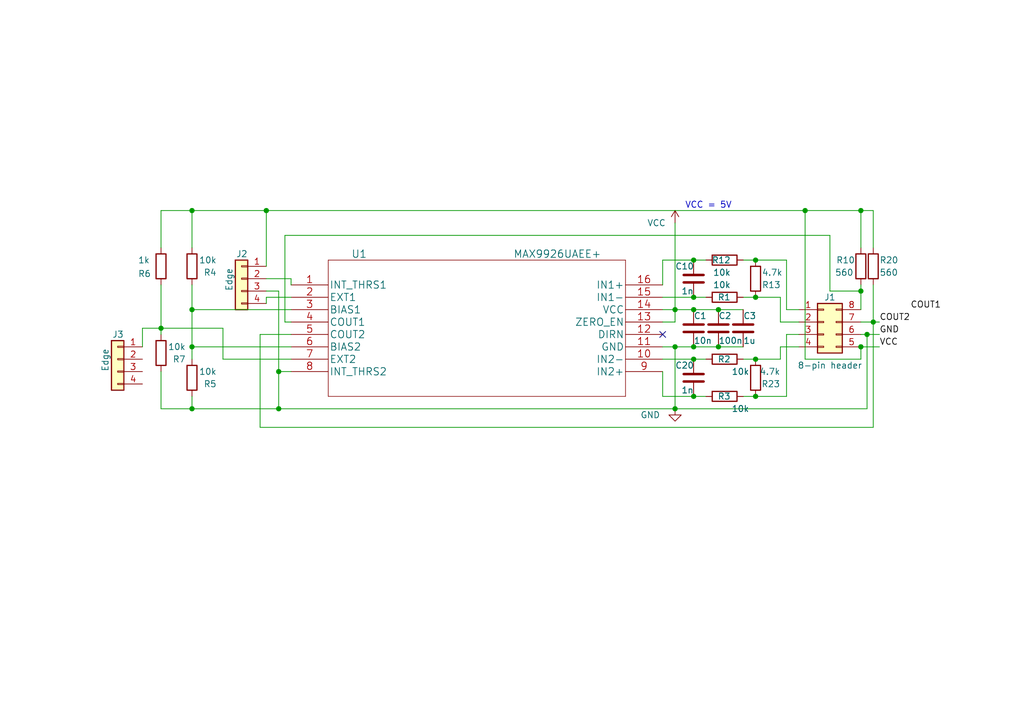
<source format=kicad_sch>
(kicad_sch (version 20231120) (generator "eeschema") (generator_version "8.0")
  (paper "User" 210.007 148.488)
  (title_block (title "Dual Variable Reluctance MAX9926 mode A1 / B") (date "2021-02-24") (rev "3.5") (company "(c)2021 Phill Rogers @ TechColab.co.je") (comment 1 "Optional onboard regulator or 5V direct") (comment 2 "Optional power resistors") (comment 3 "Optional edge header for breadboard etc.") (comment 4 "M2 mounting holes"))
  (lib_symbols
    (symbol "2021-02-17_17-37-40:MAX9926UAEE+" (pin_names (offset 0.254))
      (property "Reference" "U" (at 38.1 10.16 0))
      (property "Value" "MAX9926UAEE+" (at 38.1 7.62 0))
      (symbol "MAX9926UAEE+_1_1"
        (polyline (pts (xy 7.62 -22.86) (xy 68.58 -22.86)) (stroke (width 0.127)))
        (polyline (pts (xy 7.62 5.08) (xy 7.62 -22.86)) (stroke (width 0.127)))
        (polyline (pts (xy 68.58 -22.86) (xy 68.58 5.08)) (stroke (width 0.127)))
        (polyline (pts (xy 68.58 5.08) (xy 7.62 5.08)) (stroke (width 0.127)))
        (pin unspecified line (at 0 0 0) (length 7.62) (name "INT_THRS1") (number "1"))
        (pin input line (at 76.2 -15.24 180) (length 7.62) (name "IN2-") (number "10"))
        (pin power_in line (at 76.2 -12.7 180) (length 7.62) (name "GND") (number "11"))
        (pin output line (at 76.2 -10.16 180) (length 7.62) (name "DIRN") (number "12"))
        (pin unspecified line (at 76.2 -7.62 180) (length 7.62) (name "ZERO_EN") (number "13"))
        (pin power_in line (at 76.2 -5.08 180) (length 7.62) (name "VCC") (number "14"))
        (pin input line (at 76.2 -2.54 180) (length 7.62) (name "IN1-") (number "15"))
        (pin input line (at 76.2 0 180) (length 7.62) (name "IN1+") (number "16"))
        (pin input line (at 0 -2.54 0) (length 7.62) (name "EXT1") (number "2"))
        (pin input line (at 0 -5.08 0) (length 7.62) (name "BIAS1") (number "3"))
        (pin output line (at 0 -7.62 0) (length 7.62) (name "COUT1") (number "4"))
        (pin output line (at 0 -10.16 0) (length 7.62) (name "COUT2") (number "5"))
        (pin input line (at 0 -12.7 0) (length 7.62) (name "BIAS2") (number "6"))
        (pin input line (at 0 -15.24 0) (length 7.62) (name "EXT2") (number "7"))
        (pin unspecified line (at 0 -17.78 0) (length 7.62) (name "INT_THRS2") (number "8"))
        (pin input line (at 76.2 -17.78 180) (length 7.62) (name "IN2+") (number "9"))
      )
    )
    (symbol "Connector_Generic:Conn_01x04" (pin_names (offset 1.016) hide)
      (property "Reference" "J" (at 0 5.08 0))
      (property "Value" "Conn_01x04" (at 0 -7.62 0))
      (symbol "Conn_01x04_1_1"
        (rectangle (start -1.27 -4.953) (end 0 -5.207) (stroke (width 0.1524)))
        (rectangle (start -1.27 -2.413) (end 0 -2.667) (stroke (width 0.1524)))
        (rectangle (start -1.27 0.127) (end 0 -0.127) (stroke (width 0.1524)))
        (rectangle (start -1.27 2.667) (end 0 2.413) (stroke (width 0.1524)))
        (rectangle (start -1.27 3.81) (end 1.27 -6.35) (stroke (width 0.254)) (fill (type background)))
        (pin passive line (at -5.08 2.54 0) (length 3.81) (name "Pin_1") (number "1"))
        (pin passive line (at -5.08 0 0) (length 3.81) (name "Pin_2") (number "2"))
        (pin passive line (at -5.08 -2.54 0) (length 3.81) (name "Pin_3") (number "3"))
        (pin passive line (at -5.08 -5.08 0) (length 3.81) (name "Pin_4") (number "4"))
      )
    )
    (symbol "Connector_Generic:Conn_02x04_Counter_Clockwise" (pin_names (offset 1.016) hide)
      (property "Reference" "J" (at 1.27 5.08 0))
      (property "Value" "Conn_02x04_Counter_Clockwise" (at 1.27 -7.62 0))
      (symbol "Conn_02x04_Counter_Clockwise_1_1"
        (rectangle (start -1.27 -4.953) (end 0 -5.207) (stroke (width 0.1524)))
        (rectangle (start -1.27 -2.413) (end 0 -2.667) (stroke (width 0.1524)))
        (rectangle (start -1.27 0.127) (end 0 -0.127) (stroke (width 0.1524)))
        (rectangle (start -1.27 2.667) (end 0 2.413) (stroke (width 0.1524)))
        (rectangle (start -1.27 3.81) (end 3.81 -6.35) (stroke (width 0.254)) (fill (type background)))
        (rectangle (start 3.81 -4.953) (end 2.54 -5.207) (stroke (width 0.1524)))
        (rectangle (start 3.81 -2.413) (end 2.54 -2.667) (stroke (width 0.1524)))
        (rectangle (start 3.81 0.127) (end 2.54 -0.127) (stroke (width 0.1524)))
        (rectangle (start 3.81 2.667) (end 2.54 2.413) (stroke (width 0.1524)))
        (pin passive line (at -5.08 2.54 0) (length 3.81) (name "Pin_1") (number "1"))
        (pin passive line (at -5.08 0 0) (length 3.81) (name "Pin_2") (number "2"))
        (pin passive line (at -5.08 -2.54 0) (length 3.81) (name "Pin_3") (number "3"))
        (pin passive line (at -5.08 -5.08 0) (length 3.81) (name "Pin_4") (number "4"))
        (pin passive line (at 7.62 -5.08 180) (length 3.81) (name "Pin_5") (number "5"))
        (pin passive line (at 7.62 -2.54 180) (length 3.81) (name "Pin_6") (number "6"))
        (pin passive line (at 7.62 0 180) (length 3.81) (name "Pin_7") (number "7"))
        (pin passive line (at 7.62 2.54 180) (length 3.81) (name "Pin_8") (number "8"))
      )
    )
    (symbol "Device:C" (pin_numbers hide) (pin_names (offset 0.254))
      (property "Reference" "C" (at 0.635 2.54 0))
      (property "Value" "C" (at 0.635 -2.54 0))
      (symbol "C_0_1"
        (polyline (pts (xy -2.032 -0.762) (xy 2.032 -0.762)) (stroke (width 0.508)))
        (polyline (pts (xy -2.032 0.762) (xy 2.032 0.762)) (stroke (width 0.508)))
      )
      (symbol "C_1_1"
        (pin passive line (at 0 3.81 270) (length 2.794) (name "~") (number "1"))
        (pin passive line (at 0 -3.81 90) (length 2.794) (name "~") (number "2"))
      )
    )
    (symbol "Device:R" (pin_numbers hide) (pin_names (offset 0))
      (property "Reference" "R" (at 2.032 0 90))
      (property "Value" "R" (at 0 0 90))
      (symbol "R_0_1"
        (rectangle (start -1.016 -2.54) (end 1.016 2.54) (stroke (width 0.254)))
      )
      (symbol "R_1_1"
        (pin passive line (at 0 3.81 270) (length 1.27) (name "~") (number "1"))
        (pin passive line (at 0 -3.81 90) (length 1.27) (name "~") (number "2"))
      )
    )
    (symbol "VR-Conditioner-MAX9926+reg-rescue:GND-power" (power) (pin_names (offset 0))
      (property "Value" "power_GND" (at 0 -3.81 0))
      (symbol "GND-power_0_1"
        (polyline (pts (xy 0 0) (xy 0 -1.27) (xy 1.27 -1.27) (xy 0 -2.54) (xy -1.27 -1.27) (xy 0 -1.27)))
      )
      (symbol "GND-power_1_1"
        (pin power_in line (at 0 0 270) (length 0) hide (name "GND") (number "1"))
      )
    )
    (symbol "VR-Conditioner-MAX9926+reg-rescue:VCC-power" (power) (pin_names (offset 0))
      (property "Value" "power_VCC" (at 0 3.81 0))
      (symbol "VCC-power_0_1"
        (polyline (pts (xy -0.762 1.27) (xy 0 2.54)))
        (polyline (pts (xy 0 0) (xy 0 2.54)))
        (polyline (pts (xy 0 2.54) (xy 0.762 1.27)))
      )
      (symbol "VCC-power_1_1"
        (pin power_in line (at 0 0 90) (length 0) hide (name "VCC") (number "1"))
      )
    )
  )
  (junction (at 138.43 63.5))
  (junction (at 39.37 83.82))
  (junction (at 176.53 59.69))
  (junction (at 154.94 73.66))
  (junction (at 154.94 81.28))
  (junction (at 33.02 67.31))
  (junction (at 57.15 76.2))
  (junction (at 176.53 43.18))
  (junction (at 154.94 53.34))
  (junction (at 154.94 60.96))
  (junction (at 179.07 66.04))
  (junction (at 57.15 83.82))
  (junction (at 147.32 71.12))
  (junction (at 142.24 63.5))
  (junction (at 142.24 81.28))
  (junction (at 142.24 73.66))
  (junction (at 176.53 71.12))
  (junction (at 177.8 68.58))
  (junction (at 39.37 63.5))
  (junction (at 138.43 71.12))
  (junction (at 54.61 43.18))
  (junction (at 142.24 53.34))
  (junction (at 142.24 60.96))
  (junction (at 39.37 43.18))
  (junction (at 138.43 83.82))
  (junction (at 165.1 43.18))
  (junction (at 39.37 71.12))
  (junction (at 147.32 63.5))
  (junction (at 142.24 71.12))
  (no_connect (at 135.89 68.58))
  (wire (pts (xy 161.29 63.5) (xy 163.83 63.5)))
  (wire (pts (xy 58.42 48.26) (xy 170.18 48.26)))
  (wire (pts (xy 53.34 68.58) (xy 53.34 87.63)))
  (wire (pts (xy 135.89 58.42) (xy 135.89 53.34)))
  (wire (pts (xy 152.4 81.28) (xy 154.94 81.28)))
  (wire (pts (xy 39.37 43.18) (xy 54.61 43.18)))
  (wire (pts (xy 160.02 73.66) (xy 160.02 71.12)))
  (wire (pts (xy 138.43 66.04) (xy 135.89 66.04)))
  (wire (pts (xy 58.42 66.04) (xy 59.69 66.04)))
  (wire (pts (xy 59.69 57.15) (xy 59.69 58.42)))
  (wire (pts (xy 39.37 58.42) (xy 39.37 63.5)))
  (wire (pts (xy 135.89 71.12) (xy 138.43 71.12)))
  (wire (pts (xy 29.21 67.31) (xy 29.21 71.12)))
  (wire (pts (xy 180.34 71.12) (xy 176.53 71.12)))
  (wire (pts (xy 177.8 68.58) (xy 177.8 83.82)))
  (wire (pts (xy 160.02 71.12) (xy 163.83 71.12)))
  (wire (pts (xy 39.37 63.5) (xy 59.69 63.5)))
  (wire (pts (xy 176.53 71.12) (xy 176.53 73.66)))
  (wire (pts (xy 160.02 66.04) (xy 163.83 66.04)))
  (wire (pts (xy 57.15 76.2) (xy 57.15 83.82)))
  (wire (pts (xy 33.02 58.42) (xy 33.02 67.31)))
  (wire (pts (xy 160.02 60.96) (xy 160.02 66.04)))
  (wire (pts (xy 152.4 53.34) (xy 154.94 53.34)))
  (wire (pts (xy 33.02 67.31) (xy 45.72 67.31)))
  (wire (pts (xy 147.32 71.12) (xy 152.4 71.12)))
  (wire (pts (xy 154.94 73.66) (xy 160.02 73.66)))
  (wire (pts (xy 135.89 73.66) (xy 142.24 73.66)))
  (wire (pts (xy 59.69 68.58) (xy 53.34 68.58)))
  (wire (pts (xy 176.53 43.18) (xy 179.07 43.18)))
  (wire (pts (xy 57.15 59.69) (xy 57.15 76.2)))
  (wire (pts (xy 57.15 76.2) (xy 59.69 76.2)))
  (wire (pts (xy 176.53 59.69) (xy 176.53 58.42)))
  (wire (pts (xy 180.34 66.04) (xy 179.07 66.04)))
  (wire (pts (xy 142.24 71.12) (xy 147.32 71.12)))
  (wire (pts (xy 152.4 60.96) (xy 154.94 60.96)))
  (wire (pts (xy 33.02 43.18) (xy 39.37 43.18)))
  (wire (pts (xy 154.94 53.34) (xy 161.29 53.34)))
  (wire (pts (xy 177.8 68.58) (xy 180.34 68.58)))
  (wire (pts (xy 176.53 73.66) (xy 165.1 73.66)))
  (wire (pts (xy 165.1 43.18) (xy 176.53 43.18)))
  (wire (pts (xy 39.37 63.5) (xy 39.37 71.12)))
  (wire (pts (xy 54.61 57.15) (xy 59.69 57.15)))
  (wire (pts (xy 161.29 63.5) (xy 161.29 53.34)))
  (wire (pts (xy 45.72 73.66) (xy 45.72 67.31)))
  (wire (pts (xy 170.18 48.26) (xy 170.18 59.69)))
  (wire (pts (xy 135.89 53.34) (xy 142.24 53.34)))
  (wire (pts (xy 170.18 59.69) (xy 176.53 59.69)))
  (wire (pts (xy 142.24 73.66) (xy 144.78 73.66)))
  (wire (pts (xy 165.1 43.18) (xy 165.1 73.66)))
  (wire (pts (xy 33.02 67.31) (xy 33.02 68.58)))
  (wire (pts (xy 33.02 76.2) (xy 33.02 83.82)))
  (wire (pts (xy 54.61 59.69) (xy 57.15 59.69)))
  (wire (pts (xy 135.89 76.2) (xy 135.89 81.28)))
  (wire (pts (xy 39.37 83.82) (xy 57.15 83.82)))
  (wire (pts (xy 147.32 63.5) (xy 152.4 63.5)))
  (wire (pts (xy 176.53 63.5) (xy 176.53 59.69)))
  (wire (pts (xy 29.21 67.31) (xy 33.02 67.31)))
  (wire (pts (xy 54.61 43.18) (xy 165.1 43.18)))
  (wire (pts (xy 176.53 43.18) (xy 176.53 50.8)))
  (wire (pts (xy 33.02 43.18) (xy 33.02 50.8)))
  (wire (pts (xy 179.07 66.04) (xy 176.53 66.04)))
  (wire (pts (xy 59.69 73.66) (xy 45.72 73.66)))
  (wire (pts (xy 142.24 53.34) (xy 144.78 53.34)))
  (wire (pts (xy 179.07 66.04) (xy 179.07 87.63)))
  (wire (pts (xy 161.29 68.58) (xy 163.83 68.58)))
  (wire (pts (xy 142.24 81.28) (xy 144.78 81.28)))
  (wire (pts (xy 177.8 83.82) (xy 138.43 83.82)))
  (wire (pts (xy 142.24 63.5) (xy 147.32 63.5)))
  (wire (pts (xy 54.61 43.18) (xy 54.61 54.61)))
  (wire (pts (xy 161.29 68.58) (xy 161.29 81.28)))
  (wire (pts (xy 53.34 87.63) (xy 179.07 87.63)))
  (wire (pts (xy 179.07 58.42) (xy 179.07 66.04)))
  (wire (pts (xy 135.89 60.96) (xy 142.24 60.96)))
  (wire (pts (xy 142.24 60.96) (xy 144.78 60.96)))
  (wire (pts (xy 39.37 81.28) (xy 39.37 83.82)))
  (wire (pts (xy 138.43 63.5) (xy 138.43 66.04)))
  (wire (pts (xy 58.42 48.26) (xy 58.42 66.04)))
  (wire (pts (xy 59.69 60.96) (xy 54.61 60.96)))
  (wire (pts (xy 54.61 60.96) (xy 54.61 62.23)))
  (wire (pts (xy 39.37 71.12) (xy 39.37 73.66)))
  (wire (pts (xy 179.07 43.18) (xy 179.07 50.8)))
  (wire (pts (xy 135.89 63.5) (xy 138.43 63.5)))
  (wire (pts (xy 176.53 68.58) (xy 177.8 68.58)))
  (wire (pts (xy 138.43 71.12) (xy 138.43 83.82)))
  (wire (pts (xy 138.43 45.72) (xy 138.43 63.5)))
  (wire (pts (xy 138.43 71.12) (xy 142.24 71.12)))
  (wire (pts (xy 135.89 81.28) (xy 142.24 81.28)))
  (wire (pts (xy 138.43 63.5) (xy 142.24 63.5)))
  (wire (pts (xy 57.15 83.82) (xy 138.43 83.82)))
  (wire (pts (xy 39.37 43.18) (xy 39.37 50.8)))
  (wire (pts (xy 154.94 60.96) (xy 160.02 60.96)))
  (wire (pts (xy 154.94 81.28) (xy 161.29 81.28)))
  (wire (pts (xy 152.4 73.66) (xy 154.94 73.66)))
  (wire (pts (xy 39.37 71.12) (xy 59.69 71.12)))
  (wire (pts (xy 33.02 83.82) (xy 39.37 83.82)))
  (text "VCC = 5V" (at 140.462 42.926 0) (effects (font (size 1.27 1.27)) (justify left bottom)))
  (label "COUT1" (at 186.69 63.5 0))
  (label "GND" (at 180.34 68.58 0))
  (label "VCC" (at 180.34 71.12 0))
  (label "COUT2" (at 180.34 66.04 0))
  (symbol (lib_id "2021-02-17_17-37-40:MAX9926UAEE+") (at 59.69 58.42 0) (unit 1)
    (property "Reference" "U1" (at 73.66 52.07 0) (effects (font (size 1.524 1.524))))
    (property "Value" "MAX9926UAEE+" (at 114.3 52.07 0) (effects (font (size 1.524 1.524))))
    (property "Footprint" "MAX9926UAEE+:MAX9926UAEE&plus_" (effects (hide yes)))
    (property "Datasheet" "https://datasheet.octopart.com/MAX9926UAEE%2B-Maxim-Integrated-datasheet-11046290.pdf" (effects (hide yes)))
    (property "Description" "MAX9926 Series 10 mA Differential Input Logic Output Sensor Interface -SSOP-16" (effects (hide yes)))
    (property "MFG Name" "Maxim Integrated" (effects (hide yes)))
    (property "MFG Part Num" "MAX9926UAEE+" (effects (hide yes)))
    (property "Package JEDEC ID" "SSOP-16" (effects (hide yes)))
    (property "Critical" "Yes" (effects (hide yes)))
  )
  (symbol (lib_id "Device:C") (at 142.24 67.31 0) (unit 1)
    (property "Reference" "C1" (at 142.24 64.77 0) (effects (justify left)))
    (property "Value" "10n" (at 142.24 69.85 0) (effects (justify left)))
    (property "Footprint" "Capacitor_SMD:C_0805_2012Metric_Pad1.18x1.45mm_HandSolder" (effects (hide yes)))
    (property "Description" "10 V ±5% Tolerance U2J Multilayer Ceramic Capacitor" (effects (hide yes)))
    (property "Package JEDEC ID" "0603_1608Metric" (effects (hide yes)))
    (property "MFG Name" "Murata\rMurata\r" (effects (hide yes)))
    (property "MFG Part Num" "GRM1857U1A103JA44D\r" (effects (hide yes)))
  )
  (symbol (lib_id "VR-Conditioner-MAX9926+reg-rescue:GND-power") (at 138.43 83.82 0) (unit 1)
    (property "Reference" "#PWR0101" (effects (hide yes)))
    (property "Value" "GND" (at 133.35 85.09 0))
  )
  (symbol (lib_id "Device:C") (at 147.32 67.31 0) (unit 1)
    (property "Reference" "C2" (at 147.32 64.77 0) (effects (justify left)))
    (property "Value" "100n" (at 147.32 69.85 0) (effects (justify left)))
    (property "Footprint" "Capacitor_SMD:C_0805_2012Metric_Pad1.18x1.45mm_HandSolder" (effects (hide yes)))
    (property "Description" "Ceramic 0.1uF 16V X7R 10% Pad SMD 0603 Soft Termination 125C Automotive T/R" (effects (hide yes)))
    (property "Package JEDEC ID" "0603_1608Metric" (effects (hide yes)))
    (property "MFG Name" "Murata\r" (effects (hide yes)))
    (property "MFG Part Num" "GCJ188R71C104KA01D\r" (effects (hide yes)))
  )
  (symbol (lib_id "Device:C") (at 152.4 67.31 0) (unit 1)
    (property "Reference" "C3" (at 152.4 64.77 0) (effects (justify left)))
    (property "Value" "1u" (at 152.4 69.85 0) (effects (justify left)))
    (property "Footprint" "Capacitor_SMD:C_0805_2012Metric_Pad1.18x1.45mm_HandSolder" (effects (hide yes)))
    (property "Description" "16V ±10% Tolerance X7R Surface Mount Multilayer Ceramic Capacitor" (effects (hide yes)))
    (property "Package JEDEC ID" "0603_1608Metric" (effects (hide yes)))
    (property "MFG Name" "Murata\r" (effects (hide yes)))
    (property "MFG Part Num" "GCM188R71C105KA64D\r" (effects (hide yes)))
  )
  (symbol (lib_id "VR-Conditioner-MAX9926+reg-rescue:VCC-power") (at 138.43 45.72 0) (unit 1)
    (property "Reference" "#PWR0102" (effects (hide yes)))
    (property "Value" "VCC" (at 134.62 45.72 0))
  )
  (symbol (lib_id "Device:C") (at 142.24 77.47 0) (unit 1)
    (property "Reference" "C20" (at 138.43 74.93 0) (effects (justify left)))
    (property "Value" "1n" (at 139.7 80.01 0) (effects (justify left)))
    (property "Footprint" "Capacitor_SMD:C_1206_3216Metric_Pad1.33x1.80mm_HandSolder" (effects (hide yes)))
    (property "Description" "1000 pF 50 V ±5 % Tolerance C0G SMT Multilayer Ceramic Capacitor" (effects (hide yes)))
    (property "Package JEDEC ID" "0603_1608Metric" (effects (hide yes)))
    (property "MFG Name" "Murata\r" (effects (hide yes)))
    (property "MFG Part Num" "GRM1885C1H102JA01D\r" (effects (hide yes)))
  )
  (symbol (lib_id "Device:C") (at 142.24 57.15 0) (unit 1)
    (property "Reference" "C10" (at 138.43 54.61 0) (effects (justify left)))
    (property "Value" "1n" (at 139.7 59.69 0) (effects (justify left)))
    (property "Footprint" "Capacitor_SMD:C_1206_3216Metric_Pad1.33x1.80mm_HandSolder" (effects (hide yes)))
    (property "Description" "1000 pF 50 V ±5 % Tolerance C0G SMT Multilayer Ceramic Capacitor" (effects (hide yes)))
    (property "Package JEDEC ID" "0603_1608Metric" (effects (hide yes)))
    (property "MFG Name" "Murata\r" (effects (hide yes)))
    (property "MFG Part Num" "GRM1885C1H102JA01D\r" (effects (hide yes)))
  )
  (symbol (lib_id "Device:R") (at 148.59 53.34 90) (unit 1)
    (property "Reference" "R12" (at 149.86 53.34 90) (effects (justify left)))
    (property "Value" "10k" (at 149.86 55.88 90) (effects (justify left)))
    (property "Footprint" "Resistor_SMD:R_1206_3216Metric_Pad1.30x1.75mm_HandSolder" (effects (hide yes)))
    (property "MFG Name" "Yageo" (effects (hide yes)))
    (property "MFG Part Num" "RC1206FR-7W10KL" (effects (hide yes)))
  )
  (symbol (lib_id "Device:R") (at 154.94 77.47 180) (unit 1)
    (property "Reference" "R23" (at 160.02 78.74 0) (effects (justify left)))
    (property "Value" "4.7k" (at 160.02 76.2 0) (effects (justify left)))
    (property "Footprint" "Resistor_SMD:R_1206_3216Metric_Pad1.30x1.75mm_HandSolder" (effects (hide yes)))
    (property "Description" "3W, 5%" (effects (hide yes)))
    (property "Critical" "DoNoPlace. User option" (effects (hide yes)))
  )
  (symbol (lib_id "Device:R") (at 154.94 57.15 0) (unit 1)
    (property "Reference" "R13" (at 156.21 58.42 0) (effects (justify left)))
    (property "Value" "4.7k" (at 156.21 55.88 0) (effects (justify left)))
    (property "Footprint" "Resistor_SMD:R_1206_3216Metric_Pad1.30x1.75mm_HandSolder" (effects (hide yes)))
    (property "Description" "3W, 5%" (effects (hide yes)))
    (property "Critical" "DoNoPlace. User option" (effects (hide yes)))
  )
  (symbol (lib_id "Connector_Generic:Conn_02x04_Counter_Clockwise") (at 168.91 66.04 0) (unit 1)
    (property "Reference" "J1" (at 170.18 60.96 0))
    (property "Value" "8-pin header" (at 170.18 74.93 0))
    (property "Footprint" "Package_DIP:DIP-8_W7.62mm" (effects (hide yes)))
  )
  (symbol (lib_id "Device:R") (at 179.07 54.61 0) (unit 1)
    (property "Reference" "R20" (at 180.34 53.34 0) (effects (justify left)))
    (property "Value" "560" (at 180.34 55.88 0) (effects (justify left)))
    (property "Footprint" "Resistor_SMD:R_0805_2012Metric_Pad1.20x1.40mm_HandSolder" (effects (hide yes)))
    (property "MFG Name" "Vishay" (effects (hide yes)))
    (property "MFG Part Num" "CRCW06031K00FKEAHP" (effects (hide yes)))
  )
  (symbol (lib_id "Device:R") (at 176.53 54.61 0) (unit 1)
    (property "Reference" "R10" (at 171.45 53.34 0) (effects (justify left)))
    (property "Value" "560" (at 171.196 55.88 0) (effects (justify left)))
    (property "Footprint" "Capacitor_SMD:C_0805_2012Metric_Pad1.18x1.45mm_HandSolder" (effects (hide yes)))
    (property "MFG Name" "Vishay" (effects (hide yes)))
    (property "MFG Part Num" "CRCW06031K00FKEAHP" (effects (hide yes)))
  )
  (symbol (lib_id "Device:R") (at 148.59 81.28 90) (unit 1)
    (property "Reference" "R3" (at 149.86 81.28 90) (effects (justify left)))
    (property "Value" "10k" (at 153.67 83.82 90) (effects (justify left)))
    (property "Footprint" "Resistor_SMD:R_1206_3216Metric" (effects (hide yes)))
    (property "MFG Name" "Yageo" (effects (hide yes)))
    (property "MFG Part Num" "RC1206FR-7W10KL" (effects (hide yes)))
  )
  (symbol (lib_id "Device:R") (at 148.59 73.66 90) (unit 1)
    (property "Reference" "R2" (at 149.86 73.66 90) (effects (justify left)))
    (property "Value" "10k" (at 153.67 76.2 90) (effects (justify left)))
    (property "Footprint" "Resistor_SMD:R_1206_3216Metric" (effects (hide yes)))
    (property "MFG Name" "Yageo" (effects (hide yes)))
    (property "MFG Part Num" "RC1206FR-7W10KL" (effects (hide yes)))
  )
  (symbol (lib_id "Device:R") (at 148.59 60.96 90) (unit 1)
    (property "Reference" "R1" (at 149.86 60.96 90) (effects (justify left)))
    (property "Value" "10k" (at 149.86 58.42 90) (effects (justify left)))
    (property "Footprint" "Resistor_SMD:R_1206_3216Metric_Pad1.30x1.75mm_HandSolder" (effects (hide yes)))
    (property "MFG Name" "Yageo" (effects (hide yes)))
    (property "MFG Part Num" "RC1206FR-7W10KL" (effects (hide yes)))
  )
  (symbol (lib_id "Device:R") (at 33.02 72.39 180) (unit 1)
    (property "Reference" "R7" (at 38.1 73.66 0) (effects (justify left)))
    (property "Value" "10k" (at 38.1 71.12 0) (effects (justify left)))
    (property "Footprint" "Resistor_SMD:R_1206_3216Metric_Pad1.30x1.75mm_HandSolder" (effects (hide yes)))
    (property "Description" "3W, 5%" (effects (hide yes)))
    (property "Critical" "DoNoPlace. User option" (effects (hide yes)))
  )
  (symbol (lib_id "Device:R") (at 33.02 54.61 180) (unit 1)
    (property "Reference" "R6" (at 30.988 56.134 0) (effects (justify left)))
    (property "Value" "1k" (at 30.734 53.34 0) (effects (justify left)))
    (property "Footprint" "Resistor_SMD:R_2512_6332Metric_Pad1.40x3.35mm_HandSolder" (effects (hide yes)))
    (property "Description" "3W, 5%" (effects (hide yes)))
    (property "Critical" "DoNoPlace. User option" (effects (hide yes)))
  )
  (symbol (lib_id "Device:R") (at 39.37 54.61 180) (unit 1)
    (property "Reference" "R4" (at 44.45 55.88 0) (effects (justify left)))
    (property "Value" "10k" (at 44.45 53.34 0) (effects (justify left)))
    (property "Footprint" "Resistor_SMD:R_1206_3216Metric_Pad1.30x1.75mm_HandSolder" (effects (hide yes)))
    (property "Description" "3W, 5%" (effects (hide yes)))
    (property "Critical" "DoNoPlace. User option" (effects (hide yes)))
  )
  (symbol (lib_id "Device:R") (at 39.37 77.47 180) (unit 1)
    (property "Reference" "R5" (at 44.45 78.74 0) (effects (justify left)))
    (property "Value" "10k" (at 44.45 76.2 0) (effects (justify left)))
    (property "Footprint" "Resistor_SMD:R_1206_3216Metric_Pad1.30x1.75mm_HandSolder" (effects (hide yes)))
    (property "Description" "3W, 5%" (effects (hide yes)))
    (property "Critical" "DoNoPlace. User option" (effects (hide yes)))
  )
  (symbol (lib_id "Connector_Generic:Conn_01x04") (at 24.13 73.66 0) (mirror y) (unit 1) (in_bom no)
    (property "Reference" "J3" (at 25.4 68.58 0) (effects (justify left)))
    (property "Value" "Edge" (at 21.59 76.2 90) (effects (justify left)))
    (property "Footprint" "Connector_PinHeader_2.54mm:PinHeader_1x04_P2.54mm_Horizontal" (effects (hide yes)))
    (property "Critical" "DoNoPlace. User option" (effects (hide yes)))
  )
  (symbol (lib_id "Connector_Generic:Conn_01x04") (at 49.53 57.15 0) (mirror y) (unit 1) (in_bom no)
    (property "Reference" "J2" (at 50.8 52.07 0) (effects (justify left)))
    (property "Value" "Edge" (at 46.99 59.69 90) (effects (justify left)))
    (property "Footprint" "Connector_PinHeader_2.54mm:PinHeader_1x04_P2.54mm_Horizontal" (effects (hide yes)))
    (property "Critical" "DoNoPlace. User option" (effects (hide yes)))
  )
)
</source>
